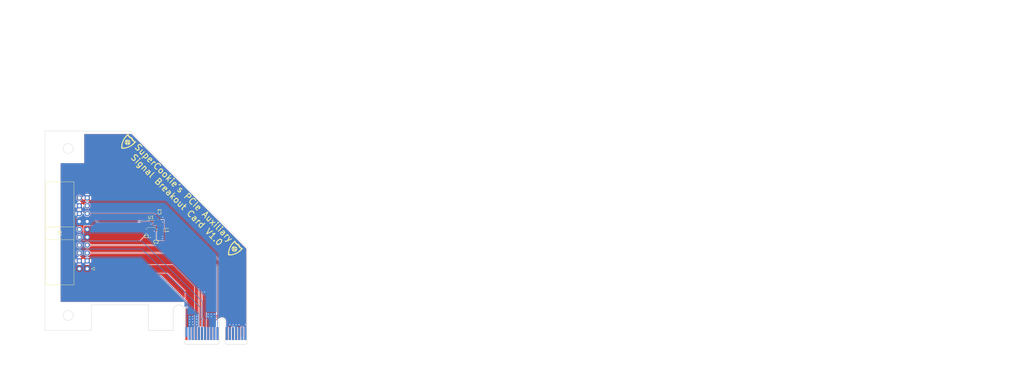
<source format=kicad_pcb>
(kicad_pcb (version 20241229) (generator "pcbnew") (generator_version "9.0")
  (layers (0 "F.Cu" signal) (2 "B.Cu" signal) (13 "F.Paste" user) (15 "B.Paste" user) (5 "F.SilkS" user "F.Silkscreen") (7 "B.SilkS" user "B.Silkscreen") (1 "F.Mask" user) (3 "B.Mask" user) (25 "Edge.Cuts" user))
  (net 0 "")
  (net 1 "+5V")
  (net 2 "GND")
  (net 3 "+3.3V")
  (net 4 "TRST#")
  (net 5 "TMS")
  (net 6 "+3.3VAUX")
  (net 7 "PRSNT")
  (net 8 "TCK")
  (net 9 "+12V")
  (net 10 "PERST#")
  (net 13 "SMBDAT")
  (net 14 "TDI")
  (net 17 "TDO")
  (net 18 "SMBCLK")
  (net 22 "Net-(U1-SW)")
  (footprint "PCIe-Aux-Signal-Breakout-Footprint-Library:8-Lead UDFN" (layer "F.Cu") (at 80.415 101.77 180)
    (property "Reference" "U1" (at 0 2.165 0) (layer "F.SilkS"))
    (property "Value" "MIC2876-5.0")
    (pad "1" smd oval (at -0.95 -0.75 90) (size 0.3 0.8) (layers "F.Cu" "F.Mask" "F.Paste") (net 22 "Net-(U1-SW)"))
    (pad "2" smd oval (at -0.95 -0.25 90) (size 0.3 0.8) (layers "F.Cu" "F.Mask" "F.Paste") (net 2 "GND"))
    (pad "3" smd oval (at -0.95 0.25 90) (size 0.3 0.8) (layers "F.Cu" "F.Mask" "F.Paste") (net 3 "+3.3V"))
    (pad "4" smd oval (at -0.95 0.75 90) (size 0.3 0.8) (layers "F.Cu" "F.Mask" "F.Paste") (net 2 "GND"))
    (pad "5" smd oval (at 0.95 0.75 90) (size 0.3 0.8) (layers "F.Cu" "F.Mask" "F.Paste") (net 1 "+5V"))
    (pad "6" smd oval (at 0.95 0.25 90) (size 0.3 0.8) (layers "F.Cu" "F.Mask" "F.Paste") (net 10 "PERST#"))
    (pad "7" smd oval (at 0.95 -0.25 90) (size 0.3 0.8) (layers "F.Cu" "F.Mask" "F.Paste") (net 2 "GND"))
    (pad "8" smd oval (at 0.95 -0.75 90) (size 0.3 0.8) (layers "F.Cu" "F.Mask" "F.Paste") (net 1 "+5V"))
    (pad "9" thru_hole rect (at 0 0 90) (size 1.3 0.7) (drill 0.3) (property pad_prop_heatsink) (layers "*.Cu" "F.Mask" "F.Paste") (net 2 "GND"))
  )
  (footprint "Connector_IDC:IDC-Header_2x10_P2.54mm_Horizontal" (layer "F.Cu") (at 59.8775 116.18 180)
    (property "Reference" "J3" (at 8.83 11.43 90) (layer "F.SilkS"))
    (property "Value" "Conn_02x10_Odd_Even")
    (pad "1" thru_hole roundrect (at 0 0 180) (size 1.7 1.7) (drill 1) (layers "*.Cu" "*.Mask") (roundrect_rratio 0.147059) (net 9 "+12V"))
    (pad "2" thru_hole circle (at 2.54 0 180) (size 1.7 1.7) (drill 1) (layers "*.Cu" "*.Mask") (net 9 "+12V"))
    (pad "3" thru_hole circle (at 0 2.54 180) (size 1.7 1.7) (drill 1) (layers "*.Cu" "*.Mask") (net 2 "GND"))
    (pad "4" thru_hole circle (at 2.54 2.54 180) (size 1.7 1.7) (drill 1) (layers "*.Cu" "*.Mask") (net 2 "GND"))
    (pad "5" thru_hole circle (at 0 5.08 180) (size 1.7 1.7) (drill 1) (layers "*.Cu" "*.Mask") (net 18 "SMBCLK"))
    (pad "6" thru_hole circle (at 2.54 5.08 180) (size 1.7 1.7) (drill 1) (layers "*.Cu" "*.Mask") (net 8 "TCK"))
    (pad "7" thru_hole circle (at 0 7.62 180) (size 1.7 1.7) (drill 1) (layers "*.Cu" "*.Mask") (net 13 "SMBDAT"))
    (pad "8" thru_hole circle (at 2.54 7.62 180) (size 1.7 1.7) (drill 1) (layers "*.Cu" "*.Mask") (net 14 "TDI"))
    (pad "9" thru_hole circle (at 0 10.16 180) (size 1.7 1.7) (drill 1) (layers "*.Cu" "*.Mask") (net 1 "+5V"))
    (pad "10" thru_hole circle (at 2.54 10.16 180) (size 1.7 1.7) (drill 1) (layers "*.Cu" "*.Mask") (net 17 "TDO"))
    (pad "11" thru_hole circle (at 0 12.7 180) (size 1.7 1.7) (drill 1) (layers "*.Cu" "*.Mask") (net 1 "+5V"))
    (pad "12" thru_hole circle (at 2.54 12.7 180) (size 1.7 1.7) (drill 1) (layers "*.Cu" "*.Mask") (net 5 "TMS"))
    (pad "13" thru_hole circle (at 0 15.24 180) (size 1.7 1.7) (drill 1) (layers "*.Cu" "*.Mask") (net 3 "+3.3V"))
    (pad "14" thru_hole circle (at 2.54 15.24 180) (size 1.7 1.7) (drill 1) (layers "*.Cu" "*.Mask") (net 3 "+3.3V"))
    (pad "15" thru_hole circle (at 0 17.78 180) (size 1.7 1.7) (drill 1) (layers "*.Cu" "*.Mask") (net 4 "TRST#"))
    (pad "16" thru_hole circle (at 2.54 17.78 180) (size 1.7 1.7) (drill 1) (layers "*.Cu" "*.Mask") (net 2 "GND"))
    (pad "17" thru_hole circle (at 0 20.32 180) (size 1.7 1.7) (drill 1) (layers "*.Cu" "*.Mask") (net 6 "+3.3VAUX"))
    (pad "18" thru_hole circle (at 2.54 20.32 180) (size 1.7 1.7) (drill 1) (layers "*.Cu" "*.Mask") (net 2 "GND"))
    (pad "19" thru_hole circle (at 0 22.86 180) (size 1.7 1.7) (drill 1) (layers "*.Cu" "*.Mask") (net 2 "GND"))
    (pad "20" thru_hole circle (at 2.54 22.86 180) (size 1.7 1.7) (drill 1) (layers "*.Cu" "*.Mask") (net 10 "PERST#"))
  )
  (footprint "Capacitor_SMD:C_0603_1608Metric" (layer "F.Cu") (at 83.245 100.345 90)
    (property "Reference" "C3" (at 2.52 0 90) (layer "F.SilkS"))
    (property "Value" "1uF")
    (pad "1" smd roundrect (at -0.775 0 90) (size 0.9 0.95) (layers "F.Cu" "F.Mask" "F.Paste") (net 3 "+3.3V"))
    (pad "2" smd roundrect (at 0.775 0 90) (size 0.9 0.95) (layers "F.Cu" "F.Mask" "F.Paste") (net 2 "GND"))
  )
  (footprint "PCIe-Aux-Signal-Breakout-Footprint-Library:L_2520_INPAQ" (layer "F.Cu") (at 83.445 103.77 90)
    (property "Reference" "L1" (at 0 2.13 270) (layer "F.SilkS"))
    (property "Value" "1uH")
    (pad "1" smd rect (at -1 0 90) (size 0.8 2) (property pad_prop_heatsink) (layers "F.Cu" "F.Mask" "F.Paste") (net 3 "+3.3V"))
    (pad "2" smd rect (at 1 0 90) (size 0.8 2) (property pad_prop_heatsink) (layers "F.Cu" "F.Mask" "F.Paste") (net 22 "Net-(U1-SW)"))
  )
  (footprint "PCIexpress:PCIexpress_x1" (layer "F.Cu") (at 91.39 140.62)
    (property "Reference" "J1" (hide yes))
    (property "Value" "PCIexpress_x1")
    (fp_line (start -11.8 -4.5) (end -11.8 -12.75) (stroke (width 0.12)) (layer "Edge.Cuts"))
    (fp_line (start -11.8 -4.5) (end -3.8 -4.5) (stroke (width 0.12)) (layer "Edge.Cuts"))
    (fp_line (start -3.8 -4.5) (end -3.8 -10.925) (stroke (width 0.12)) (layer "Edge.Cuts"))
    (fp_line (start -0.15 -0.5) (end -0.15 -10.925) (stroke (width 0.12)) (layer "Edge.Cuts"))
    (fp_line (start -0.15 -0.5) (end 0.35 0) (stroke (width 0.12)) (layer "Edge.Cuts"))
    (fp_line (start 0.35 0) (end 10.55 0) (stroke (width 0.12)) (layer "Edge.Cuts"))
    (fp_line (start 11.05 -7.45) (end 11.05 -0.5) (stroke (width 0.12)) (layer "Edge.Cuts"))
    (fp_line (start 11.05 -0.5) (end 10.55 0) (stroke (width 0.12)) (layer "Edge.Cuts"))
    (fp_line (start 12.95 -7.45) (end 12.95 -0.5) (stroke (width 0.12)) (layer "Edge.Cuts"))
    (fp_line (start 12.95 -0.5) (end 13.45 0) (stroke (width 0.12)) (layer "Edge.Cuts"))
    (fp_line (start 13.45 0) (end 19.65 0) (stroke (width 0.12)) (layer "Edge.Cuts"))
    (fp_line (start 20.15 -0.5) (end 19.65 0) (stroke (width 0.12)) (layer "Edge.Cuts"))
    (fp_line (start 20.15 -0.5) (end 20.15 -12.75) (stroke (width 0.12)) (layer "Edge.Cuts"))
    (fp_arc (start -3.8 -10.925) (mid -1.975 -12.75) (end -0.15 -10.925) (stroke (width 0.12)) (layer "Edge.Cuts"))
    (fp_arc (start 11.05 -7.45) (mid 12 -8.4) (end 12.95 -7.45) (stroke (width 0.12)) (layer "Edge.Cuts"))
    (pad "A1" connect rect (at 0.5 -4) (size 0.7 3.2) (layers "B.Cu") (net 7 "PRSNT"))
    (pad "A2" connect rect (at 1.5 -3.5) (size 0.7 4.2) (layers "B.Cu") (net 9 "+12V"))
    (pad "A3" connect rect (at 2.5 -3.5) (size 0.7 4.2) (layers "B.Cu") (net 9 "+12V"))
    (pad "A4" connect rect (at 3.5 -3.5) (size 0.7 4.2) (layers "B.Cu") (net 2 "GND"))
    (pad "A5" connect rect (at 4.5 -3.5) (size 0.7 4.2) (layers "B.Cu") (net 8 "TCK"))
    (pad "A6" connect rect (at 5.5 -3.5) (size 0.7 4.2) (layers "B.Cu") (net 14 "TDI"))
    (pad "A7" connect rect (at 6.5 -3.5) (size 0.7 4.2) (layers "B.Cu") (net 17 "TDO"))
    (pad "A8" connect rect (at 7.5 -3.5) (size 0.7 4.2) (layers "B.Cu") (net 5 "TMS"))
    (pad "A9" connect rect (at 8.5 -3.5) (size 0.7 4.2) (layers "B.Cu") (net 3 "+3.3V"))
    (pad "A10" connect rect (at 9.5 -3.5) (size 0.7 4.2) (layers "B.Cu") (net 3 "+3.3V"))
    (pad "A11" connect rect (at 10.5 -3.5) (size 0.7 4.2) (layers "B.Cu") (net 10 "PERST#"))
    (pad "A12" connect rect (at 13.5 -3.5) (size 0.7 4.2) (layers "B.Cu") (net 2 "GND"))
    (pad "A13" connect rect (at 14.5 -3.5) (size 0.7 4.2) (layers "B.Cu"))
    (pad "A14" connect rect (at 15.5 -3.5) (size 0.7 4.2) (layers "B.Cu"))
    (pad "A15" connect rect (at 16.5 -3.5) (size 0.7 4.2) (layers "B.Cu") (net 2 "GND"))
    (pad "A16" connect rect (at 17.5 -3.5) (size 0.7 4.2) (layers "B.Cu"))
    (pad "A17" connect rect (at 18.5 -3.5) (size 0.7 4.2) (layers "B.Cu"))
    (pad "A18" connect rect (at 19.5 -3.5) (size 0.7 4.2) (layers "B.Cu") (net 2 "GND"))
    (pad "B1" connect rect (at 0.5 -3.5) (size 0.7 4.2) (layers "F.Cu") (net 9 "+12V"))
    (pad "B2" connect rect (at 1.5 -3.5) (size 0.7 4.2) (layers "F.Cu") (net 9 "+12V"))
    (pad "B3" connect rect (at 2.5 -3.5) (size 0.7 4.2) (layers "F.Cu") (net 9 "+12V"))
    (pad "B4" connect rect (at 3.5 -3.5) (size 0.7 4.2) (layers "F.Cu") (net 2 "GND"))
    (pad "B5" connect rect (at 4.5 -3.5) (size 0.7 4.2) (layers "F.Cu") (net 18 "SMBCLK"))
    (pad "B6" connect rect (at 5.5 -3.5) (size 0.7 4.2) (layers "F.Cu") (net 13 "SMBDAT"))
    (pad "B7" connect rect (at 6.5 -3.5) (size 0.7 4.2) (layers "F.Cu") (net 2 "GND"))
    (pad "B8" connect rect (at 7.5 -3.5) (size 0.7 4.2) (layers "F.Cu") (net 3 "+3.3V"))
    (pad "B9" connect rect (at 8.5 -3.5) (size 0.7 4.2) (layers "F.Cu") (net 4 "TRST#"))
    (pad "B10" connect rect (at 9.5 -3.5) (size 0.7 4.2) (layers "F.Cu") (net 6 "+3.3VAUX"))
    (pad "B11" connect rect (at 10.5 -3.5) (size 0.7 4.2) (layers "F.Cu"))
    (pad "B12" connect rect (at 13.5 -3.5) (size 0.7 4.2) (layers "F.Cu"))
    (pad "B13" connect rect (at 14.5 -3.5) (size 0.7 4.2) (layers "F.Cu") (net 2 "GND"))
    (pad "B14" connect rect (at 15.5 -3.5) (size 0.7 4.2) (layers "F.Cu"))
    (pad "B15" connect rect (at 16.5 -3.5) (size 0.7 4.2) (layers "F.Cu"))
    (pad "B16" connect rect (at 17.5 -3.5) (size 0.7 4.2) (layers "F.Cu") (net 2 "GND"))
    (pad "B17" connect rect (at 18.5 -4) (size 0.7 3.2) (layers "F.Cu") (net 7 "PRSNT"))
    (pad "B18" connect rect (at 19.5 -3.5) (size 0.7 4.2) (layers "F.Cu") (net 2 "GND"))
  )
  (footprint "Capacitor_SMD:C_0603_1608Metric" (layer "F.Cu") (at 82.095 106.1 180)
    (property "Reference" "C2" (at 0 -1.43 0) (layer "F.SilkS"))
    (property "Value" "4.7uF")
    (pad "1" smd roundrect (at -0.775 0 180) (size 0.9 0.95) (layers "F.Cu" "F.Mask" "F.Paste") (net 3 "+3.3V"))
    (pad "2" smd roundrect (at 0.775 0 180) (size 0.9 0.95) (layers "F.Cu" "F.Mask" "F.Paste") (net 2 "GND"))
  )
  (footprint "PCIexpress:PCIexpress_bracket_low" (layer "F.Cu") (at 91.39 140.62)
    (property "Reference" "J2" (hide yes))
    (property "Value" "PCIexpress_bracket")
  )
  (footprint "Capacitor_SMD:C_0805_2012Metric" (layer "F.Cu") (at 79.015 104.08)
    (property "Reference" "C1" (at 0.04 1.66 0) (layer "F.SilkS"))
    (property "Value" "22uF")
    (pad "1" smd roundrect (at -0.95 0) (size 1 1.45) (layers "F.Cu" "F.Mask" "F.Paste") (net 1 "+5V"))
    (pad "2" smd roundrect (at 0.95 0) (size 1 1.45) (layers "F.Cu" "F.Mask" "F.Paste") (net 2 "GND"))
  )
  (footprint "LOGO" (layer "F.Cu") (at 72.66138 75.60581 -45)
    (property "Reference" "G***" (hide yes))
    (property "Value" "LOGO" (hide yes))
  )
  (footprint "LOGO" (layer "F.Cu") (at 107.111623 110.056053 -45)
    (property "Reference" "G***" (hide yes))
    (property "Value" "LOGO" (hide yes))
  )
  (gr_line (start 46.24 136.12) (end 61.24 136.12) (stroke (width 0.1)) (layer "Edge.Cuts"))
  (gr_circle (center 53.74 131.27) (end 55.34 131.27) (stroke (width 0.1)) (fill no) (layer "Edge.Cuts"))
  (gr_circle (center 53.74 77.37) (end 53.74 75.77) (stroke (width 0.1)) (fill no) (layer "Edge.Cuts"))
  (gr_line (start 111.54 109.535) (end 73.725 71.72) (stroke (width 0.1)) (layer "Edge.Cuts"))
  (gr_line (start 111.54 127.87) (end 111.54 109.535) (stroke (width 0.1)) (layer "Edge.Cuts"))
  (gr_line (start 61.24 127.87) (end 79.59 127.87) (stroke (width 0.1)) (layer "Edge.Cuts"))
  (gr_line (start 46.24 71.72) (end 46.24 136.12) (stroke (width 0.1)) (layer "Edge.Cuts"))
  (gr_line (start 73.725 71.72) (end 46.24 71.72) (stroke (width 0.1)) (layer "Edge.Cuts"))
  (gr_line (start 61.24 136.12) (end 61.24 127.87) (stroke (width 0.1)) (layer "Edge.Cuts"))
  (gr_text "SuperCookie's PCIe Auxiliary\nSignal Breakout Card V1.0" (at 89.885 92.83 315) (layer "F.SilkS") (effects (font (size 2 2) (thickness 0.3) (bold yes))))
  (segment (start 77.22 100.92) (end 77.32 101.02) (width 0.2) (layer "F.Cu") (net 1))
  (segment (start 77.32 101.02) (end 79.465 101.02) (width 0.2) (layer "F.Cu") (net 1))
  (segment (start 76.655 100.92) (end 77.22 100.92) (width 0.2) (layer "F.Cu") (net 1))
  (via (at 76.655 100.92) (size 0.6) (drill 0.3) (layers "F.Cu" "B.Cu") (net 1))
  (segment (start 76.655 100.92) (end 62.4375 100.92) (width 0.2) (layer "B.Cu") (net 1))
  (segment (start 62.4375 100.92) (end 59.8775 103.48) (width 0.2) (layer "B.Cu") (net 1))
  (via (at 105.885 134.255) (size 0.6) (drill 0.3) (layers "F.Cu" "B.Cu") (net 2))
  (via (at 95.12 131.605) (size 0.6) (drill 0.3) (layers "F.Cu" "B.Cu") (net 2))
  (via (at 84.26 99.585) (size 0.6) (drill 0.3) (layers "F.Cu" "B.Cu") (net 2))
  (via (at 97.715 123.695) (size 0.6) (drill 0.3) (layers "F.Cu" "B.Cu") (net 2))
  (via (at 95.115 133.38) (size 0.6) (drill 0.3) (layers "F.Cu" "B.Cu") (net 2))
  (via (at 110.855 134.205) (size 0.6) (drill 0.3) (layers "F.Cu" "B.Cu") (net 2))
  (via (at 108.89 134.215) (size 0.6) (drill 0.3) (layers "F.Cu" "B.Cu") (net 2))
  (via (at 81.47 104.09) (size 0.6) (drill 0.3) (layers "F.Cu" "B.Cu") (net 2))
  (via (at 80.23 106.085) (size 0.6) (drill 0.3) (layers "F.Cu" "B.Cu") (net 2))
  (via (at 95.115 134.23) (size 0.6) (drill 0.3) (layers "F.Cu" "B.Cu") (net 2))
  (via (at 95.12 132.455) (size 0.6) (drill 0.3) (layers "F.Cu" "B.Cu") (net 2))
  (via (at 107.91 134.23) (size 0.6) (drill 0.3) (layers "F.Cu" "B.Cu") (net 2))
  (via (at 106.915 134.245) (size 0.6) (drill 0.3) (layers "F.Cu" "B.Cu") (net 2))
  (via (at 98.89 131.715) (size 0.6) (drill 0.3) (layers "F.Cu" "B.Cu") (net 3))
  (via (at 84.145 106.48) (size 0.6) (drill 0.3) (layers "F.Cu" "B.Cu") (net 3))
  (via (at 98.89 130.86) (size 0.6) (drill 0.3) (layers "F.Cu" "B.Cu") (net 3))
  (via (at 99.89 130.86) (size 0.6) (drill 0.3) (layers "F.Cu" "B.Cu") (net 3))
  (via (at 99.89 131.72) (size 0.6) (drill 0.3) (layers "F.Cu" "B.Cu") (net 3))
  (via (at 100.89 130.86) (size 0.6) (drill 0.3) (layers "F.Cu" "B.Cu") (net 3))
  (via (at 84.145 105.73) (size 0.6) (drill 0.3) (layers "F.Cu" "B.Cu") (net 3))
  (via (at 84.245 101.11) (size 0.6) (drill 0.3) (layers "F.Cu" "B.Cu") (net 3))
  (segment (start 99.89 132.975) (end 101.83 131.035) (width 0.2) (layer "F.Cu") (net 4))
  (segment (start 84.92 98.4) (end 59.8775 98.4) (width 0.2) (layer "F.Cu") (net 4))
  (segment (start 101.83 131.035) (end 101.83 115.31) (width 0.2) (layer "F.Cu") (net 4))
  (segment (start 101.83 115.31) (end 84.92 98.4) (width 0.2) (layer "F.Cu") (net 4))
  (segment (start 99.89 137.12) (end 99.89 132.975) (width 0.2) (layer "F.Cu") (net 4))
  (segment (start 77.505 104.725) (end 58.5825 104.725) (width 0.2) (layer "B.Cu") (net 5))
  (segment (start 98.89 137.12) (end 98.89 132.805) (width 0.2) (layer "B.Cu") (net 5))
  (segment (start 97.87 125.09) (end 77.505 104.725) (width 0.2) (layer "B.Cu") (net 5))
  (segment (start 58.5825 104.725) (end 57.3375 103.48) (width 0.2) (layer "B.Cu") (net 5))
  (segment (start 97.87 131.785) (end 97.87 125.09) (width 0.2) (layer "B.Cu") (net 5))
  (segment (start 98.89 132.805) (end 97.87 131.785) (width 0.2) (layer "B.Cu") (net 5))
  (segment (start 84.875 95.86) (end 59.8775 95.86) (width 0.2) (layer "F.Cu") (net 6))
  (segment (start 100.89 133.285) (end 102.74 131.435) (width 0.2) (layer "F.Cu") (net 6))
  (segment (start 102.74 113.725) (end 84.875 95.86) (width 0.2) (layer "F.Cu") (net 6))
  (segment (start 100.89 137.12) (end 100.89 133.285) (width 0.2) (layer "F.Cu") (net 6))
  (segment (start 102.74 131.435) (end 102.74 113.725) (width 0.2) (layer "F.Cu") (net 6))
  (segment (start 83.495 118.37) (end 55.845 118.37) (width 0.2) (layer "F.Cu") (net 7))
  (segment (start 52.89 93.73) (end 55.02 91.6) (width 0.2) (layer "F.Cu") (net 7))
  (segment (start 55.845 118.37) (end 52.89 115.415) (width 0.2) (layer "F.Cu") (net 7))
  (segment (start 83.74 91.6) (end 109.89 117.75) (width 0.2) (layer "F.Cu") (net 7))
  (segment (start 52.89 115.415) (end 52.89 93.73) (width 0.2) (layer "F.Cu") (net 7))
  (segment (start 91.89 128.64) (end 91.89 126.765) (width 0.2) (layer "F.Cu") (net 7))
  (segment (start 91.89 126.765) (end 83.495 118.37) (width 0.2) (layer "F.Cu") (net 7))
  (segment (start 55.02 91.6) (end 83.74 91.6) (width 0.2) (layer "F.Cu") (net 7))
  (segment (start 109.89 117.75) (end 109.89 136.62) (width 0.2) (layer "F.Cu") (net 7))
  (via (at 91.89 128.64) (size 0.6) (drill 0.3) (layers "F.Cu" "B.Cu") (net 7))
  (segment (start 91.89 136.62) (end 91.89 128.64) (width 0.2) (layer "B.Cu") (net 7))
  (segment (start 95.89 137.12) (end 95.845 137.075) (width 0.2) (layer "B.Cu") (net 8))
  (segment (start 95.89 130.765) (end 77.505 112.38) (width 0.2) (layer "B.Cu") (net 8))
  (segment (start 58.6175 112.38) (end 57.3375 111.1) (width 0.2) (layer "B.Cu") (net 8))
  (segment (start 95.89 137.12) (end 95.89 130.765) (width 0.2) (layer "B.Cu") (net 8))
  (segment (start 77.505 112.38) (end 58.6175 112.38) (width 0.2) (layer "B.Cu") (net 8))
  (via (at 92.89 131.61) (size 0.6) (drill 0.3) (layers "F.Cu" "B.Cu") (net 9))
  (via (at 92.89 134.24) (size 0.6) (drill 0.3) (layers "F.Cu" "B.Cu") (net 9))
  (via (at 93.91 133.38) (size 0.6) (drill 0.3) (layers "F.Cu" "B.Cu") (net 9))
  (via (at 93.91 132.45) (size 0.6) (drill 0.3) (layers "F.Cu" "B.Cu") (net 9))
  (via (at 93.91 134.23) (size 0.6) (drill 0.3) (layers "F.Cu" "B.Cu") (net 9))
  (via (at 93.91 131.6) (size 0.6) (drill 0.3) (layers "F.Cu" "B.Cu") (net 9))
  (via (at 92.89 132.46) (size 0.6) (drill 0.3) (layers "F.Cu" "B.Cu") (net 9))
  (via (at 92.89 133.39) (size 0.6) (drill 0.3) (layers "F.Cu" "B.Cu") (net 9))
  (segment (start 55.385 98.87) (end 56.205 99.69) (width 0.2) (layer "F.Cu") (net 10))
  (segment (start 63.57 101.52) (end 61.735 99.685) (width 0.2) (layer "F.Cu") (net 10))
  (segment (start 56.205 99.69) (end 56.21 99.685) (width 0.2) (layer "F.Cu") (net 10))
  (segment (start 55.385 95.2725) (end 57.3375 93.32) (width 0.2) (layer "F.Cu") (net 10))
  (segment (start 56.21 99.685) (end 61.735 99.685) (width 0.2) (layer "F.Cu") (net 10))
  (segment (start 79.465 101.52) (end 63.57 101.52) (width 0.2) (layer "F.Cu") (net 10))
  (segment (start 55.385 95.2725) (end 55.385 98.87) (width 0.2) (layer "F.Cu") (net 10))
  (segment (start 85.025 94.575) (end 101.9 111.45) (width 0.2) (layer "B.Cu") (net 10))
  (segment (start 101.89 111.46) (end 101.89 137.12) (width 0.2) (layer "B.Cu") (net 10))
  (segment (start 58.5925 94.575) (end 85.025 94.575) (width 0.2) (layer "B.Cu") (net 10))
  (segment (start 57.3375 93.32) (end 58.5925 94.575) (width 0.2) (layer "B.Cu") (net 10))
  (segment (start 101.9 111.45) (end 101.89 111.46) (width 0.2) (layer "B.Cu") (net 10))
  (segment (start 96.89 137.12) (end 96.89 120.45) (width 0.2) (layer "F.Cu") (net 13))
  (segment (start 96.89 120.45) (end 85 108.56) (width 0.2) (layer "F.Cu") (net 13))
  (segment (start 85 108.56) (end 59.8775 108.56) (width 0.2) (layer "F.Cu") (net 13))
  (segment (start 96.89 132.7) (end 96.52 132.33) (width 0.2) (layer "B.Cu") (net 14))
  (segment (start 96.52 132.33) (end 96.52 128.845) (width 0.2) (layer "B.Cu") (net 14))
  (segment (start 96.52 128.845) (end 77.5 109.825) (width 0.2) (layer "B.Cu") (net 14))
  (segment (start 58.6025 109.825) (end 57.3375 108.56) (width 0.2) (layer "B.Cu") (net 14))
  (segment (start 77.5 109.825) (end 58.6025 109.825) (width 0.2) (layer "B.Cu") (net 14))
  (segment (start 96.89 137.12) (end 96.89 132.7) (width 0.2) (layer "B.Cu") (net 14))
  (segment (start 97.195 132.0525) (end 97.195 126.935) (width 0.2) (layer "B.Cu") (net 17))
  (segment (start 97.195 126.935) (end 77.505 107.245) (width 0.2) (layer "B.Cu") (net 17))
  (segment (start 97.89 137.12) (end 97.89 132.7475) (width 0.2) (layer "B.Cu") (net 17))
  (segment (start 58.5625 107.245) (end 57.3375 106.02) (width 0.2) (layer "B.Cu") (net 17))
  (segment (start 97.89 132.7475) (end 97.195 132.0525) (width 0.2) (layer "B.Cu") (net 17))
  (segment (start 77.505 107.245) (end 58.5625 107.245) (width 0.2) (layer "B.Cu") (net 17))
  (segment (start 59.8775 111.1) (end 84.99 111.1) (width 0.2) (layer "F.Cu") (net 18))
  (segment (start 84.99 111.1) (end 95.89 122) (width 0.2) (layer "F.Cu") (net 18))
  (segment (start 95.89 122) (end 95.89 137.12) (width 0.2) (layer "F.Cu") (net 18))
  (zone (net 1) (net_name "+5V") (layer "F.Cu") (priority 2) (connect_pads yes (clearance 0.2)) (min_thickness 0.2) (fill yes (thermal_gap 0.2) (thermal_bridge_width 0.5))
    (polygon (pts (xy 58.865 102.375) (xy 58.865 107.105) (xy 76.8 107.105) (xy 78.845 105.06) (xy 78.845 103.295) (xy 79.47 102.67) (xy 79.47 102.37) (xy 58.87 102.37)))
  )
  (zone (net 22) (net_name "Net-(U1-SW)") (layer "F.Cu") (priority 10) (connect_pads yes (clearance 0.2)) (min_thickness 0.2) (fill yes (thermal_gap 0.5) (thermal_bridge_width 0.5))
    (polygon (pts (xy 81.355 102.27) (xy 84.675 102.27) (xy 84.675 103.36) (xy 82.045 103.36) (xy 81.355 102.67)))
  )
  (zone (net 3) (net_name "+3.3V") (layer "F.Cu") (priority 10) (connect_pads yes (clearance 0.2)) (min_thickness 0.2) (fill yes (thermal_gap 0.5) (thermal_bridge_width 0.5))
    (polygon (pts (xy 81.365 101.77) (xy 84.645 101.77) (xy 84.675 101.74) (xy 84.675 100.4) (xy 82.755 100.4) (xy 81.885 101.27) (xy 81.365 101.27)))
  )
  (zone (net 3) (net_name "+3.3V") (layer "F.Cu") (priority 7) (connect_pads yes (clearance 0.2)) (min_thickness 0.2) (fill yes (thermal_gap 0.2) (thermal_bridge_width 0.5))
    (polygon (pts (xy 101.385 135.02) (xy 101.385 130.395) (xy 98.395 130.395) (xy 98.395 135.02)))
  )
  (zone (net 3) (net_name "+3.3V") (layer "F.Cu") (priority 4) (connect_pads yes (clearance 0.2)) (min_thickness 0.2) (fill yes (thermal_gap 0.2) (thermal_bridge_width 0.5))
    (polygon (pts (xy 98.395 130.395) (xy 98.395 120.72) (xy 84.685 107.01) (xy 84.685 104.18) (xy 86.26 104.18) (xy 101.385 119.305) (xy 101.385 130.395)))
  )
  (zone (net 9) (net_name "+12V") (layer "F.Cu") (priority 6) (connect_pads yes (clearance 0)) (min_thickness 0.2) (fill yes (thermal_gap 0.5) (thermal_bridge_width 0.5))
    (polygon (pts (xy 94.39 135.02) (xy 94.39 121.88) (xy 87.48 114.97) (xy 56.33 114.97) (xy 56.01 115.29) (xy 56.01 117.17) (xy 56.36 117.52) (xy 85.8 117.52) (xy 91.54 123.26) (xy 91.54 135.02)))
  )
  (zone (net 3) (net_name "+3.3V") (layer "F.Cu") (priority 10) (connect_pads yes (clearance 0.2)) (min_thickness 0.2) (fill yes (thermal_gap 0.5) (thermal_bridge_width 0.5))
    (polygon (pts (xy 82.265 106.98) (xy 82.295 107.01) (xy 84.685 107.01) (xy 84.685 104.18) (xy 82.265 104.18)))
  )
  (zone (net 2) (net_name "GND") (layers "F.Cu" "B.Cu") (connect_pads thru_hole_only (clearance 0.2)) (min_thickness 0.2) (fill yes (thermal_gap 0.5) (thermal_bridge_width 0.5))
    (polygon (pts (xy 91.24 135.02) (xy 91.24 126.87) (xy 51.32 126.87) (xy 51.32 82.12) (xy 58.94 82.12) (xy 58.94 72.72) (xy 111.54 72.72) (xy 111.54 135.02)))
  )
  (zone (net 3) (net_name "+3.3V") (layer "B.Cu") (priority 7) (connect_pads yes (clearance 0.2)) (min_thickness 0.2) (fill yes (thermal_gap 0.2) (thermal_bridge_width 0.5))
    (polygon (pts (xy 101.385 135.02) (xy 101.385 130.395) (xy 98.395 130.395) (xy 98.395 135.02)))
  )
  (zone (net 3) (net_name "+3.3V") (layer "B.Cu") (priority 3) (connect_pads yes (clearance 0.2)) (min_thickness 0.2) (fill yes (thermal_gap 0.2) (thermal_bridge_width 0.5))
    (polygon (pts (xy 58.456171 98.4) (xy 56.285 100.253846) (xy 56.285 102.155) (xy 60.815 102.155) (xy 62.335 100.71) (xy 81.14 100.75) (xy 81.14 102.155) (xy 84.69 102.155) (xy 84.69 100.38) (xy 83.58 100.38) (xy 81.6 98.4)))
  )
  (zone (net 3) (net_name "+3.3V") (layer "B.Cu") (priority 1) (connect_pads yes (clearance 0.2)) (min_thickness 0.2) (fill yes (thermal_gap 0.5) (thermal_bridge_width 0.5))
    (polygon (pts (xy 82.26 106.99) (xy 82.26 100.38) (xy 84.69 100.38) (xy 84.69 106.99)))
  )
  (zone (net 9) (net_name "+12V") (layer "B.Cu") (priority 7) (connect_pads yes (clearance 0.2)) (min_thickness 0.2) (fill yes (thermal_gap 0.2) (thermal_bridge_width 0.5))
    (polygon (pts (xy 94.39 135.02) (xy 94.39 131.24) (xy 92.4 131.24) (xy 92.4 135.02)))
  )
)
</source>
